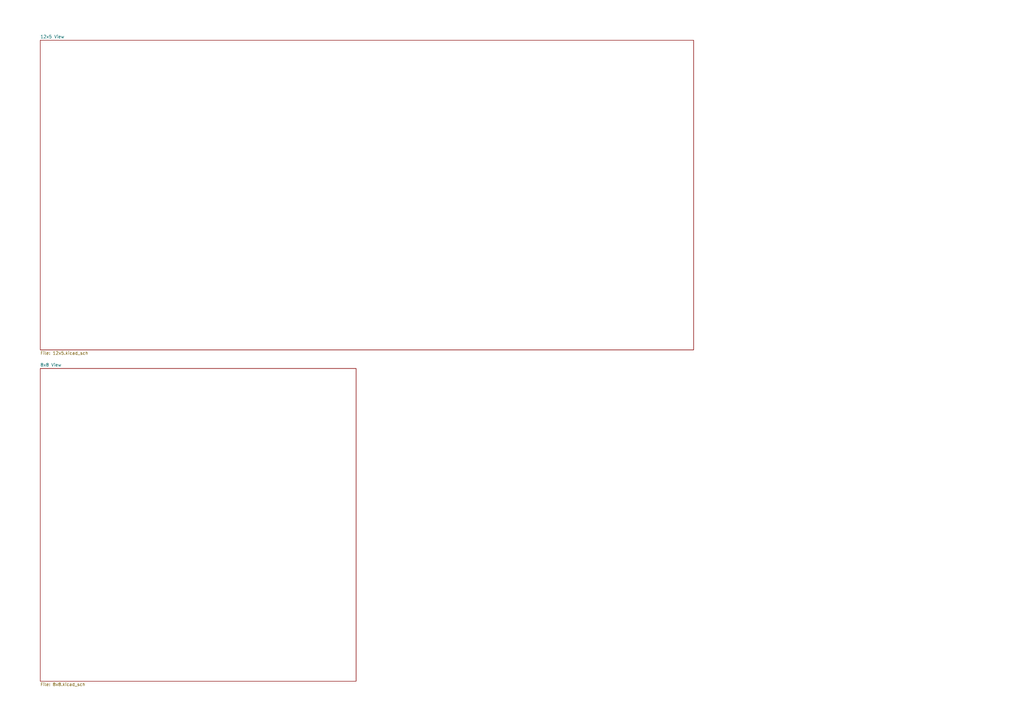
<source format=kicad_sch>
(kicad_sch
	(version 20250114)
	(generator "eeschema")
	(generator_version "9.0")
	(uuid "baa9410a-5efc-4c40-ba5b-84cff0add888")
	(paper "A3")
	(title_block
		(title "8x8 (Logical) Matrix View")
	)
	(lib_symbols)
	(sheet
		(at 16.51 151.13)
		(size 129.54 128.27)
		(exclude_from_sim no)
		(in_bom yes)
		(on_board yes)
		(dnp no)
		(fields_autoplaced yes)
		(stroke
			(width 0.1524)
			(type solid)
		)
		(fill
			(color 0 0 0 0.0000)
		)
		(uuid "05930f29-8464-40ea-8230-c6405d112b9e")
		(property "Sheetname" "8x8 View"
			(at 16.51 150.4184 0)
			(effects
				(font
					(size 1.27 1.27)
				)
				(justify left bottom)
			)
		)
		(property "Sheetfile" "8x8.kicad_sch"
			(at 16.51 279.9846 0)
			(effects
				(font
					(size 1.27 1.27)
				)
				(justify left top)
			)
		)
		(instances
			(project "keyboard_8x8"
				(path "/baa9410a-5efc-4c40-ba5b-84cff0add888"
					(page "2")
				)
			)
		)
	)
	(sheet
		(at 16.51 16.51)
		(size 267.97 127)
		(exclude_from_sim no)
		(in_bom yes)
		(on_board yes)
		(dnp no)
		(fields_autoplaced yes)
		(stroke
			(width 0.1524)
			(type solid)
		)
		(fill
			(color 0 0 0 0.0000)
		)
		(uuid "085aaea4-2545-4c0f-b754-7a24f861b193")
		(property "Sheetname" "12x5 View"
			(at 16.51 15.7984 0)
			(effects
				(font
					(size 1.27 1.27)
				)
				(justify left bottom)
			)
		)
		(property "Sheetfile" "12x5.kicad_sch"
			(at 16.51 144.0946 0)
			(effects
				(font
					(size 1.27 1.27)
				)
				(justify left top)
			)
		)
		(instances
			(project "keyboard_8x8"
				(path "/baa9410a-5efc-4c40-ba5b-84cff0add888"
					(page "3")
				)
			)
		)
	)
	(sheet_instances
		(path "/"
			(page "1")
		)
	)
	(embedded_fonts no)
)

</source>
